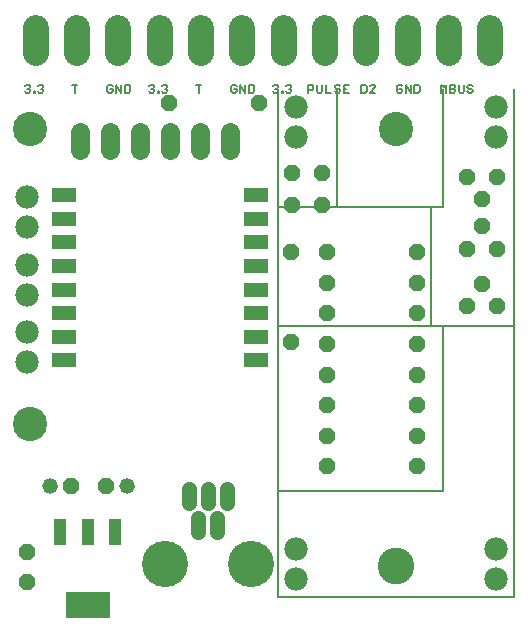
<source format=gts>
G75*
%MOIN*%
%OFA0B0*%
%FSLAX24Y24*%
%IPPOS*%
%LPD*%
%AMOC8*
5,1,8,0,0,1.08239X$1,22.5*
%
%ADD10C,0.1142*%
%ADD11C,0.1221*%
%ADD12C,0.0080*%
%ADD13C,0.0060*%
%ADD14C,0.1540*%
%ADD15C,0.0516*%
%ADD16OC8,0.0560*%
%ADD17C,0.0880*%
%ADD18OC8,0.0520*%
%ADD19C,0.0520*%
%ADD20R,0.0827X0.0512*%
%ADD21C,0.0640*%
%ADD22C,0.0780*%
%ADD23R,0.0434X0.0867*%
%ADD24R,0.1497X0.0867*%
D10*
X001361Y006946D03*
X001361Y016788D03*
X013566Y016788D03*
D11*
X013566Y002221D03*
D12*
X015146Y004725D02*
X009634Y004725D01*
X009634Y010237D01*
X014752Y010237D01*
X014752Y014174D01*
X011602Y014174D01*
X009634Y014174D01*
X009634Y018111D01*
X011602Y018111D02*
X011602Y014174D01*
X009634Y014174D02*
X009634Y010237D01*
X009634Y004725D02*
X009634Y001182D01*
X017508Y001182D01*
X017508Y010237D01*
X015146Y010237D01*
X015146Y004725D01*
X015146Y010237D02*
X014752Y010237D01*
X017508Y010237D02*
X017508Y018111D01*
X015146Y018111D02*
X015146Y014174D01*
X014752Y014174D01*
D13*
X015069Y017999D02*
X015069Y018260D01*
X015156Y018173D01*
X015243Y018260D01*
X015243Y017999D01*
X015364Y017999D02*
X015494Y017999D01*
X015537Y018043D01*
X015537Y018086D01*
X015494Y018129D01*
X015364Y018129D01*
X015364Y017999D02*
X015364Y018260D01*
X015494Y018260D01*
X015537Y018216D01*
X015537Y018173D01*
X015494Y018129D01*
X015658Y018043D02*
X015702Y017999D01*
X015789Y017999D01*
X015832Y018043D01*
X015832Y018260D01*
X015953Y018216D02*
X015953Y018173D01*
X015996Y018129D01*
X016083Y018129D01*
X016127Y018086D01*
X016127Y018043D01*
X016083Y017999D01*
X015996Y017999D01*
X015953Y018043D01*
X015953Y018216D02*
X015996Y018260D01*
X016083Y018260D01*
X016127Y018216D01*
X015658Y018260D02*
X015658Y018043D01*
X014359Y018043D02*
X014315Y017999D01*
X014185Y017999D01*
X014185Y018260D01*
X014315Y018260D01*
X014359Y018216D01*
X014359Y018043D01*
X014064Y017999D02*
X014064Y018260D01*
X013890Y018260D02*
X014064Y017999D01*
X013890Y017999D02*
X013890Y018260D01*
X013769Y018216D02*
X013726Y018260D01*
X013639Y018260D01*
X013596Y018216D01*
X013596Y018043D01*
X013639Y017999D01*
X013726Y017999D01*
X013769Y018043D01*
X013769Y018129D01*
X013683Y018129D01*
X012883Y018173D02*
X012883Y018216D01*
X012839Y018260D01*
X012753Y018260D01*
X012709Y018216D01*
X012588Y018216D02*
X012545Y018260D01*
X012415Y018260D01*
X012415Y017999D01*
X012545Y017999D01*
X012588Y018043D01*
X012588Y018216D01*
X012709Y017999D02*
X012883Y018173D01*
X012883Y017999D02*
X012709Y017999D01*
X011995Y017999D02*
X011822Y017999D01*
X011822Y018260D01*
X011995Y018260D01*
X011908Y018129D02*
X011822Y018129D01*
X011701Y018086D02*
X011701Y018043D01*
X011657Y017999D01*
X011570Y017999D01*
X011527Y018043D01*
X011570Y018129D02*
X011527Y018173D01*
X011527Y018216D01*
X011570Y018260D01*
X011657Y018260D01*
X011701Y018216D01*
X011657Y018129D02*
X011701Y018086D01*
X011657Y018129D02*
X011570Y018129D01*
X011406Y017999D02*
X011232Y017999D01*
X011232Y018260D01*
X011111Y018260D02*
X011111Y018043D01*
X011068Y017999D01*
X010981Y017999D01*
X010938Y018043D01*
X010938Y018260D01*
X010817Y018216D02*
X010817Y018129D01*
X010773Y018086D01*
X010643Y018086D01*
X010643Y017999D02*
X010643Y018260D01*
X010773Y018260D01*
X010817Y018216D01*
X010077Y018216D02*
X010077Y018173D01*
X010034Y018129D01*
X010077Y018086D01*
X010077Y018043D01*
X010034Y017999D01*
X009947Y017999D01*
X009904Y018043D01*
X009800Y018043D02*
X009800Y017999D01*
X009757Y017999D01*
X009757Y018043D01*
X009800Y018043D01*
X009635Y018043D02*
X009592Y017999D01*
X009505Y017999D01*
X009462Y018043D01*
X009549Y018129D02*
X009592Y018129D01*
X009635Y018086D01*
X009635Y018043D01*
X009592Y018129D02*
X009635Y018173D01*
X009635Y018216D01*
X009592Y018260D01*
X009505Y018260D01*
X009462Y018216D01*
X009904Y018216D02*
X009947Y018260D01*
X010034Y018260D01*
X010077Y018216D01*
X010034Y018129D02*
X009991Y018129D01*
X008847Y018043D02*
X008803Y017999D01*
X008673Y017999D01*
X008673Y018260D01*
X008803Y018260D01*
X008847Y018216D01*
X008847Y018043D01*
X008552Y017999D02*
X008552Y018260D01*
X008379Y018260D02*
X008552Y017999D01*
X008379Y017999D02*
X008379Y018260D01*
X008257Y018216D02*
X008214Y018260D01*
X008127Y018260D01*
X008084Y018216D01*
X008084Y018043D01*
X008127Y017999D01*
X008214Y017999D01*
X008257Y018043D01*
X008257Y018129D01*
X008171Y018129D01*
X007076Y018260D02*
X006903Y018260D01*
X006990Y018260D02*
X006990Y017999D01*
X005944Y018043D02*
X005900Y017999D01*
X005813Y017999D01*
X005770Y018043D01*
X005666Y018043D02*
X005666Y017999D01*
X005623Y017999D01*
X005623Y018043D01*
X005666Y018043D01*
X005502Y018043D02*
X005458Y017999D01*
X005371Y017999D01*
X005328Y018043D01*
X005415Y018129D02*
X005458Y018129D01*
X005502Y018086D01*
X005502Y018043D01*
X005458Y018129D02*
X005502Y018173D01*
X005502Y018216D01*
X005458Y018260D01*
X005371Y018260D01*
X005328Y018216D01*
X005770Y018216D02*
X005813Y018260D01*
X005900Y018260D01*
X005944Y018216D01*
X005944Y018173D01*
X005900Y018129D01*
X005944Y018086D01*
X005944Y018043D01*
X005900Y018129D02*
X005857Y018129D01*
X004713Y018043D02*
X004713Y018216D01*
X004670Y018260D01*
X004539Y018260D01*
X004539Y017999D01*
X004670Y017999D01*
X004713Y018043D01*
X004418Y017999D02*
X004418Y018260D01*
X004245Y018260D02*
X004418Y017999D01*
X004245Y017999D02*
X004245Y018260D01*
X004124Y018216D02*
X004080Y018260D01*
X003994Y018260D01*
X003950Y018216D01*
X003950Y018043D01*
X003994Y017999D01*
X004080Y017999D01*
X004124Y018043D01*
X004124Y018129D01*
X004037Y018129D01*
X002943Y018260D02*
X002769Y018260D01*
X002856Y018260D02*
X002856Y017999D01*
X001810Y018043D02*
X001766Y017999D01*
X001680Y017999D01*
X001636Y018043D01*
X001532Y018043D02*
X001532Y017999D01*
X001489Y017999D01*
X001489Y018043D01*
X001532Y018043D01*
X001368Y018043D02*
X001324Y017999D01*
X001238Y017999D01*
X001194Y018043D01*
X001281Y018129D02*
X001324Y018129D01*
X001368Y018086D01*
X001368Y018043D01*
X001324Y018129D02*
X001368Y018173D01*
X001368Y018216D01*
X001324Y018260D01*
X001238Y018260D01*
X001194Y018216D01*
X001636Y018216D02*
X001680Y018260D01*
X001766Y018260D01*
X001810Y018216D01*
X001810Y018173D01*
X001766Y018129D01*
X001810Y018086D01*
X001810Y018043D01*
X001766Y018129D02*
X001723Y018129D01*
D14*
X005863Y002299D03*
X008737Y002299D03*
D15*
X007615Y003339D02*
X007615Y003815D01*
X007930Y004327D02*
X007930Y004802D01*
X007300Y004802D02*
X007300Y004327D01*
X006985Y003815D02*
X006985Y003339D01*
X006670Y004327D02*
X006670Y004802D01*
D16*
X001260Y001673D03*
X001260Y002673D03*
X010087Y009700D03*
X011280Y009613D03*
X011280Y008593D03*
X011280Y007573D03*
X011273Y006564D03*
X011273Y005544D03*
X014273Y005544D03*
X014273Y006564D03*
X014280Y007573D03*
X014280Y008593D03*
X014280Y009613D03*
X014273Y010644D03*
X014273Y011664D03*
X014273Y012684D03*
X015933Y012804D03*
X016433Y013554D03*
X016933Y012804D03*
X016433Y011634D03*
X016933Y010884D03*
X015933Y010884D03*
X016433Y014454D03*
X016933Y015204D03*
X015933Y015204D03*
X011273Y012684D03*
X011273Y011664D03*
X011273Y010644D03*
X010087Y012700D03*
X010113Y014244D03*
X010113Y015324D03*
X011113Y015324D03*
X011113Y014244D03*
X008993Y017664D03*
X005993Y017664D03*
D17*
X005692Y019321D02*
X005692Y020161D01*
X007070Y020161D02*
X007070Y019321D01*
X008448Y019321D02*
X008448Y020161D01*
X009826Y020161D02*
X009826Y019321D01*
X011204Y019321D02*
X011204Y020161D01*
X012582Y020161D02*
X012582Y019321D01*
X013960Y019321D02*
X013960Y020161D01*
X015337Y020161D02*
X015337Y019321D01*
X016715Y019321D02*
X016715Y020161D01*
X004314Y020161D02*
X004314Y019321D01*
X002936Y019321D02*
X002936Y020161D01*
X001558Y020161D02*
X001558Y019321D01*
D18*
X002743Y004884D03*
X003903Y004884D03*
D19*
X004603Y004884D03*
X002043Y004884D03*
D20*
X002516Y009071D03*
X002516Y009858D03*
X002516Y010646D03*
X002516Y011433D03*
X002516Y012220D03*
X002516Y013008D03*
X002516Y013795D03*
X002516Y014583D03*
X008894Y014583D03*
X008894Y013795D03*
X008894Y013008D03*
X008894Y012220D03*
X008894Y011433D03*
X008894Y010646D03*
X008894Y009858D03*
X008894Y009071D03*
D21*
X008040Y016093D02*
X008040Y016693D01*
X007040Y016693D02*
X007040Y016093D01*
X006040Y016093D02*
X006040Y016693D01*
X005040Y016693D02*
X005040Y016093D01*
X004040Y016093D02*
X004040Y016693D01*
X003040Y016693D02*
X003040Y016093D01*
D22*
X001260Y014533D03*
X001260Y013533D03*
X001260Y012253D03*
X001260Y011253D03*
X001260Y010013D03*
X001260Y009013D03*
X010224Y002772D03*
X010224Y001772D03*
X016917Y001772D03*
X016917Y002772D03*
X016917Y016536D03*
X016917Y017536D03*
X010224Y017536D03*
X010224Y016536D03*
D23*
X004198Y003365D03*
X003293Y003365D03*
X002387Y003365D03*
D24*
X003293Y000924D03*
M02*

</source>
